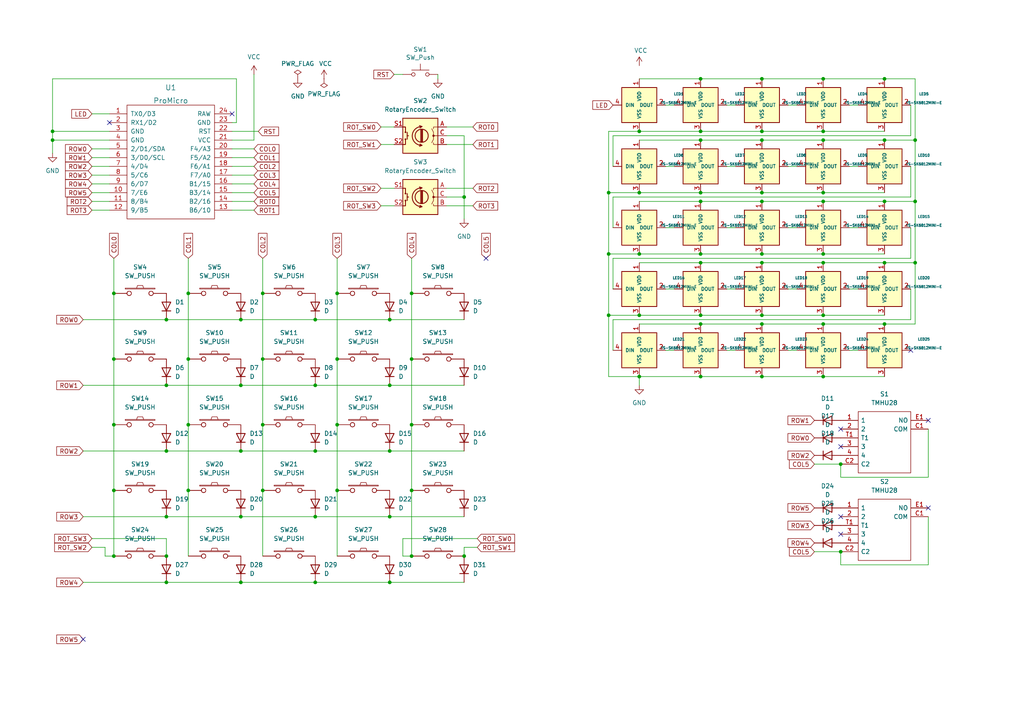
<source format=kicad_sch>
(kicad_sch (version 20211123) (generator eeschema)
  (paper "A4")
  (lib_symbols
    (symbol "Device:D" (pin_numbers hide) (pin_names (offset 1.016) hide)
      (property "Reference" "D" (at 0 2.54 0))
      (property "Value" "D" (at 0 -2.54 0))
      (symbol "D_0_1"
        (polyline (pts (xy -1.27 1.27) (xy -1.27 -1.27)) (stroke (width 0.254)))
        (polyline (pts (xy 1.27 0) (xy -1.27 0)))
        (polyline (pts (xy 1.27 1.27) (xy 1.27 -1.27) (xy -1.27 0) (xy 1.27 1.27)) (stroke (width 0.254)))
      )
      (symbol "D_1_1"
        (pin passive line (at -3.81 0 0) (length 2.54) (name "K") (number "1"))
        (pin passive line (at 3.81 0 180) (length 2.54) (name "A") (number "2"))
      )
    )
    (symbol "Device:RotaryEncoder_Switch" (pin_names (offset 0.254) hide)
      (property "Reference" "SW" (at 0 6.604 0))
      (property "Value" "RotaryEncoder_Switch" (at 0 -6.604 0))
      (symbol "RotaryEncoder_Switch_0_1"
        (rectangle (start -5.08 5.08) (end 5.08 -5.08) (stroke (width 0.254)) (fill (type background)))
        (circle (center -3.81 0) (radius 0.254) (fill (type outline)))
        (arc (start -0.381 -2.794) (mid 2.3622 -0.0635) (end -0.381 2.667) (stroke (width 0.254)))
        (circle (center -0.381 0) (radius 1.905) (stroke (width 0.254)))
        (polyline (pts (xy -0.635 -1.778) (xy -0.635 1.778)) (stroke (width 0.254)))
        (polyline (pts (xy -0.381 -1.778) (xy -0.381 1.778)) (stroke (width 0.254)))
        (polyline (pts (xy -0.127 1.778) (xy -0.127 -1.778)) (stroke (width 0.254)))
        (polyline (pts (xy 3.81 0) (xy 3.429 0)) (stroke (width 0.254)))
        (polyline (pts (xy 3.81 1.016) (xy 3.81 -1.016)) (stroke (width 0.254)))
        (polyline (pts (xy -5.08 -2.54) (xy -3.81 -2.54) (xy -3.81 -2.032)))
        (polyline (pts (xy -5.08 2.54) (xy -3.81 2.54) (xy -3.81 2.032)))
        (polyline (pts (xy 0.254 -3.048) (xy -0.508 -2.794) (xy 0.127 -2.413)) (stroke (width 0.254)))
        (polyline (pts (xy 0.254 2.921) (xy -0.508 2.667) (xy 0.127 2.286)) (stroke (width 0.254)))
        (polyline (pts (xy 5.08 -2.54) (xy 4.318 -2.54) (xy 4.318 -1.016)) (stroke (width 0.254)))
        (polyline (pts (xy 5.08 2.54) (xy 4.318 2.54) (xy 4.318 1.016)) (stroke (width 0.254)))
        (polyline (pts (xy -5.08 0) (xy -3.81 0) (xy -3.81 -1.016) (xy -3.302 -2.032)))
        (polyline (pts (xy -4.318 0) (xy -3.81 0) (xy -3.81 1.016) (xy -3.302 2.032)))
        (circle (center 4.318 -1.016) (radius 0.127) (stroke (width 0.254)))
        (circle (center 4.318 1.016) (radius 0.127) (stroke (width 0.254)))
      )
      (symbol "RotaryEncoder_Switch_1_1"
        (pin passive line (at -7.62 2.54 0) (length 2.54) (name "A") (number "A"))
        (pin passive line (at -7.62 -2.54 0) (length 2.54) (name "B") (number "B"))
        (pin passive line (at -7.62 0 0) (length 2.54) (name "C") (number "C"))
        (pin passive line (at 7.62 2.54 180) (length 2.54) (name "S1") (number "S1"))
        (pin passive line (at 7.62 -2.54 180) (length 2.54) (name "S2") (number "S2"))
      )
    )
    (symbol "Switch:SW_Push" (pin_numbers hide) (pin_names (offset 1.016) hide)
      (property "Reference" "SW" (at 1.27 2.54 0))
      (property "Value" "SW_Push" (at 0 -1.524 0))
      (symbol "SW_Push_0_1"
        (circle (center -2.032 0) (radius 0.508))
        (polyline (pts (xy 0 1.27) (xy 0 3.048)))
        (polyline (pts (xy 2.54 1.27) (xy -2.54 1.27)))
        (circle (center 2.032 0) (radius 0.508))
        (pin passive line (at -5.08 0 0) (length 2.54) (name "1") (number "1"))
        (pin passive line (at 5.08 0 180) (length 2.54) (name "2") (number "2"))
      )
    )
    (symbol "TMHU28:TMHU28" (pin_names (offset 0.762))
      (property "Reference" "S" (at 21.59 7.62 0))
      (property "Value" "TMHU28" (at 21.59 5.08 0))
      (symbol "TMHU28_0_0"
        (pin passive line (at 0 0 0) (length 5.08) (name "1") (number "1"))
        (pin passive line (at 0 -2.54 0) (length 5.08) (name "2") (number "2"))
        (pin passive line (at 0 -7.62 0) (length 5.08) (name "3") (number "3"))
        (pin passive line (at 0 -10.16 0) (length 5.08) (name "4") (number "4"))
        (pin passive line (at 25.4 -2.54 180) (length 5.08) (name "COM") (number "C1"))
        (pin passive line (at 0 -12.7 0) (length 5.08) (name "C2") (number "C2"))
        (pin passive line (at 25.4 0 180) (length 5.08) (name "NO") (number "E1"))
        (pin passive line (at 0 -5.08 0) (length 5.08) (name "T1") (number "T1"))
      )
      (symbol "TMHU28_0_1"
        (polyline (pts (xy 5.08 2.54) (xy 20.32 2.54) (xy 20.32 -15.24) (xy 5.08 -15.24) (xy 5.08 2.54)) (stroke (width 0.1524)))
      )
    )
    (symbol "kbd:ProMicro" (pin_names (offset 1.016))
      (property "Reference" "U" (at 0 19.05 0))
      (property "Value" "ProMicro" (at 0 -19.05 0))
      (symbol "ProMicro_0_1"
        (rectangle (start -12.7 16.51) (end 12.7 -16.51))
      )
      (symbol "ProMicro_1_1"
        (pin bidirectional line (at -17.78 13.97 0) (length 5.08) (name "TX0/D3") (number "1"))
        (pin bidirectional line (at -17.78 -8.89 0) (length 5.08) (name "7/E6") (number "10"))
        (pin bidirectional line (at -17.78 -11.43 0) (length 5.08) (name "8/B4") (number "11"))
        (pin bidirectional line (at -17.78 -13.97 0) (length 5.08) (name "9/B5") (number "12"))
        (pin bidirectional line (at 17.78 -13.97 180) (length 5.08) (name "B6/10") (number "13"))
        (pin bidirectional line (at 17.78 -11.43 180) (length 5.08) (name "B2/16") (number "14"))
        (pin bidirectional line (at 17.78 -8.89 180) (length 5.08) (name "B3/14") (number "15"))
        (pin bidirectional line (at 17.78 -6.35 180) (length 5.08) (name "B1/15") (number "16"))
        (pin bidirectional line (at 17.78 -3.81 180) (length 5.08) (name "F7/A0") (number "17"))
        (pin bidirectional line (at 17.78 -1.27 180) (length 5.08) (name "F6/A1") (number "18"))
        (pin bidirectional line (at 17.78 1.27 180) (length 5.08) (name "F5/A2") (number "19"))
        (pin bidirectional line (at -17.78 11.43 0) (length 5.08) (name "RX1/D2") (number "2"))
        (pin bidirectional line (at 17.78 3.81 180) (length 5.08) (name "F4/A3") (number "20"))
        (pin power_in line (at 17.78 6.35 180) (length 5.08) (name "VCC") (number "21"))
        (pin input line (at 17.78 8.89 180) (length 5.08) (name "RST") (number "22"))
        (pin power_in line (at 17.78 11.43 180) (length 5.08) (name "GND") (number "23"))
        (pin power_out line (at 17.78 13.97 180) (length 5.08) (name "RAW") (number "24"))
        (pin power_in line (at -17.78 8.89 0) (length 5.08) (name "GND") (number "3"))
        (pin power_in line (at -17.78 6.35 0) (length 5.08) (name "GND") (number "4"))
        (pin bidirectional line (at -17.78 3.81 0) (length 5.08) (name "2/D1/SDA") (number "5"))
        (pin bidirectional line (at -17.78 1.27 0) (length 5.08) (name "3/D0/SCL") (number "6"))
        (pin bidirectional line (at -17.78 -1.27 0) (length 5.08) (name "4/D4") (number "7"))
        (pin bidirectional line (at -17.78 -3.81 0) (length 5.08) (name "5/C6") (number "8"))
        (pin bidirectional line (at -17.78 -6.35 0) (length 5.08) (name "6/D7") (number "9"))
      )
    )
    (symbol "kbd:SW_PUSH" (pin_numbers hide) (pin_names (offset 1.016) hide)
      (property "Reference" "SW" (at 3.81 2.794 0))
      (property "Value" "SW_PUSH" (at 0 -2.032 0))
      (symbol "SW_PUSH_0_1"
        (rectangle (start -4.318 1.27) (end 4.318 1.524))
        (polyline (pts (xy -1.016 1.524) (xy -0.762 2.286) (xy 0.762 2.286) (xy 1.016 1.524)))
        (pin passive inverted (at -7.62 0 0) (length 5.08) (name "1") (number "1"))
        (pin passive inverted (at 7.62 0 180) (length 5.08) (name "2") (number "2"))
      )
    )
    (symbol "kbd:YS-SK6812MINI-E" (pin_names (offset 1.016))
      (property "Reference" "LED" (at 2.54 -7.62 0))
      (property "Value" "YS-SK6812MINI-E" (at 6.35 -6.35 0))
      (symbol "YS-SK6812MINI-E_0_1"
        (rectangle (start -5.08 5.08) (end 5.08 -5.08) (stroke (width 0.254)) (fill (type background)))
      )
      (symbol "YS-SK6812MINI-E_1_1"
        (pin power_in line (at 0 7.62 270) (length 2.54) (name "VDD") (number "1"))
        (pin output line (at 7.62 0 180) (length 2.54) (name "DOUT") (number "2"))
        (pin power_in line (at 0 -7.62 90) (length 2.54) (name "VSS") (number "3"))
        (pin input line (at -7.62 0 0) (length 2.54) (name "DIN") (number "4"))
      )
    )
    (symbol "power:GND" (power) (pin_names (offset 0))
      (property "Value" "GND" (at 0 -3.81 0))
      (symbol "GND_0_1"
        (polyline (pts (xy 0 0) (xy 0 -1.27) (xy 1.27 -1.27) (xy 0 -2.54) (xy -1.27 -1.27) (xy 0 -1.27)))
      )
      (symbol "GND_1_1"
        (pin power_in line (at 0 0 270) (length 0) hide (name "GND") (number "1"))
      )
    )
    (symbol "power:PWR_FLAG" (power) (pin_numbers hide) (pin_names (offset 0) hide)
      (property "Value" "PWR_FLAG" (at 0 3.81 0))
      (symbol "PWR_FLAG_0_0"
        (pin power_out line (at 0 0 90) (length 0) (name "pwr") (number "1"))
      )
      (symbol "PWR_FLAG_0_1"
        (polyline (pts (xy 0 0) (xy 0 1.27) (xy -1.016 1.905) (xy 0 2.54) (xy 1.016 1.905) (xy 0 1.27)))
      )
    )
    (symbol "power:VCC" (power) (pin_names (offset 0))
      (property "Value" "VCC" (at 0 3.81 0))
      (symbol "VCC_0_1"
        (polyline (pts (xy -0.762 1.27) (xy 0 2.54)))
        (polyline (pts (xy 0 0) (xy 0 2.54)))
        (polyline (pts (xy 0 2.54) (xy 0.762 1.27)))
      )
      (symbol "VCC_1_1"
        (pin power_in line (at 0 0 90) (length 0) hide (name "VCC") (number "1"))
      )
    )
  )
  (junction (at 243.84 134.62))
  (junction (at 203.2 40.64))
  (junction (at 176.53 91.44))
  (junction (at 185.42 109.22))
  (junction (at 176.53 73.66))
  (junction (at 265.43 76.2))
  (junction (at 203.2 73.66))
  (junction (at 76.2 85.09))
  (junction (at 119.38 85.09))
  (junction (at 203.2 58.42))
  (junction (at 33.02 142.24))
  (junction (at 69.85 92.71))
  (junction (at 238.76 76.2))
  (junction (at 220.98 73.66))
  (junction (at 238.76 73.66))
  (junction (at 91.44 168.91))
  (junction (at 265.43 58.42))
  (junction (at 48.26 92.71))
  (junction (at 256.54 93.98))
  (junction (at 97.79 85.09))
  (junction (at 97.79 142.24))
  (junction (at 76.2 123.19))
  (junction (at 256.54 76.2))
  (junction (at 238.76 40.64))
  (junction (at 91.44 111.76))
  (junction (at 220.98 109.22))
  (junction (at 203.2 93.98))
  (junction (at 185.42 73.66))
  (junction (at 256.54 22.86))
  (junction (at 220.98 93.98))
  (junction (at 119.38 161.29))
  (junction (at 238.76 109.22))
  (junction (at 203.2 76.2))
  (junction (at 48.26 149.86))
  (junction (at 119.38 142.24))
  (junction (at 203.2 109.22))
  (junction (at 113.03 168.91))
  (junction (at 119.38 123.19))
  (junction (at 91.44 149.86))
  (junction (at 256.54 58.42))
  (junction (at 97.79 123.19))
  (junction (at 76.2 104.14))
  (junction (at 33.02 104.14))
  (junction (at 54.61 123.19))
  (junction (at 220.98 91.44))
  (junction (at 238.76 55.88))
  (junction (at 220.98 38.1))
  (junction (at 91.44 130.81))
  (junction (at 33.02 123.19))
  (junction (at 48.26 161.29))
  (junction (at 69.85 130.81))
  (junction (at 69.85 111.76))
  (junction (at 97.79 104.14))
  (junction (at 220.98 55.88))
  (junction (at 15.24 40.64))
  (junction (at 185.42 91.44))
  (junction (at 220.98 58.42))
  (junction (at 256.54 40.64))
  (junction (at 185.42 38.1))
  (junction (at 238.76 91.44))
  (junction (at 134.62 57.15))
  (junction (at 134.62 161.29))
  (junction (at 220.98 76.2))
  (junction (at 238.76 38.1))
  (junction (at 220.98 40.64))
  (junction (at 33.02 85.09))
  (junction (at 238.76 22.86))
  (junction (at 48.26 130.81))
  (junction (at 185.42 55.88))
  (junction (at 91.44 92.71))
  (junction (at 48.26 111.76))
  (junction (at 238.76 93.98))
  (junction (at 265.43 40.64))
  (junction (at 48.26 168.91))
  (junction (at 113.03 111.76))
  (junction (at 203.2 55.88))
  (junction (at 203.2 22.86))
  (junction (at 238.76 58.42))
  (junction (at 113.03 130.81))
  (junction (at 76.2 142.24))
  (junction (at 176.53 55.88))
  (junction (at 243.84 160.02))
  (junction (at 113.03 92.71))
  (junction (at 69.85 149.86))
  (junction (at 203.2 91.44))
  (junction (at 33.02 161.29))
  (junction (at 119.38 104.14))
  (junction (at 203.2 38.1))
  (junction (at 113.03 149.86))
  (junction (at 220.98 22.86))
  (junction (at 15.24 38.1))
  (junction (at 69.85 168.91))
  (junction (at 54.61 142.24))
  (junction (at 54.61 104.14))
  (junction (at 54.61 85.09))
  (no_connect (at 140.97 74.93))
  (no_connect (at 24.13 185.42))
  (no_connect (at 67.31 33.02))
  (no_connect (at 243.84 154.94))
  (no_connect (at 269.24 147.32))
  (no_connect (at 264.16 101.6))
  (no_connect (at 269.24 121.92))
  (no_connect (at 31.75 35.56))
  (no_connect (at 243.84 124.46))
  (no_connect (at 243.84 129.54))
  (no_connect (at 243.84 149.86))
  (wire (pts (xy 119.38 123.19) (xy 119.38 104.14)))
  (wire (pts (xy 15.24 44.45) (xy 15.24 40.64)))
  (wire (pts (xy 33.02 161.29) (xy 33.02 142.24)))
  (wire (pts (xy 110.49 41.91) (xy 114.3 41.91)))
  (wire (pts (xy 195.58 101.6) (xy 193.04 101.6)))
  (wire (pts (xy 265.43 76.2) (xy 265.43 93.98)))
  (wire (pts (xy 97.79 142.24) (xy 97.79 123.19)))
  (wire (pts (xy 76.2 142.24) (xy 76.2 161.29)))
  (wire (pts (xy 265.43 93.98) (xy 256.54 93.98)))
  (wire (pts (xy 177.8 74.93) (xy 177.8 83.82)))
  (wire (pts (xy 127 21.59) (xy 127 22.86)))
  (wire (pts (xy 134.62 111.76) (xy 113.03 111.76)))
  (wire (pts (xy 15.24 22.86) (xy 68.58 22.86)))
  (wire (pts (xy 31.75 40.64) (xy 15.24 40.64)))
  (wire (pts (xy 26.67 43.18) (xy 31.75 43.18)))
  (wire (pts (xy 113.03 130.81) (xy 91.44 130.81)))
  (wire (pts (xy 177.8 39.37) (xy 177.8 48.26)))
  (wire (pts (xy 134.62 57.15) (xy 129.54 57.15)))
  (wire (pts (xy 203.2 22.86) (xy 220.98 22.86)))
  (wire (pts (xy 264.16 39.37) (xy 177.8 39.37)))
  (wire (pts (xy 220.98 91.44) (xy 238.76 91.44)))
  (wire (pts (xy 97.79 85.09) (xy 97.79 74.93)))
  (wire (pts (xy 116.84 156.21) (xy 116.84 161.29)))
  (wire (pts (xy 246.38 101.6) (xy 248.92 101.6)))
  (wire (pts (xy 134.62 130.81) (xy 113.03 130.81)))
  (wire (pts (xy 138.43 158.75) (xy 134.62 158.75)))
  (wire (pts (xy 91.44 149.86) (xy 113.03 149.86)))
  (wire (pts (xy 220.98 109.22) (xy 203.2 109.22)))
  (wire (pts (xy 67.31 60.96) (xy 73.66 60.96)))
  (wire (pts (xy 246.38 66.04) (xy 248.92 66.04)))
  (wire (pts (xy 134.62 39.37) (xy 129.54 39.37)))
  (wire (pts (xy 265.43 22.86) (xy 265.43 40.64)))
  (wire (pts (xy 185.42 55.88) (xy 176.53 55.88)))
  (wire (pts (xy 220.98 58.42) (xy 203.2 58.42)))
  (wire (pts (xy 91.44 111.76) (xy 69.85 111.76)))
  (wire (pts (xy 110.49 54.61) (xy 114.3 54.61)))
  (wire (pts (xy 97.79 123.19) (xy 97.79 104.14)))
  (wire (pts (xy 193.04 66.04) (xy 195.58 66.04)))
  (wire (pts (xy 265.43 40.64) (xy 256.54 40.64)))
  (wire (pts (xy 231.14 83.82) (xy 228.6 83.82)))
  (wire (pts (xy 256.54 93.98) (xy 238.76 93.98)))
  (wire (pts (xy 220.98 38.1) (xy 203.2 38.1)))
  (wire (pts (xy 228.6 48.26) (xy 231.14 48.26)))
  (wire (pts (xy 176.53 91.44) (xy 176.53 73.66)))
  (wire (pts (xy 113.03 149.86) (xy 134.62 149.86)))
  (wire (pts (xy 114.3 21.59) (xy 116.84 21.59)))
  (wire (pts (xy 176.53 55.88) (xy 176.53 73.66)))
  (wire (pts (xy 91.44 168.91) (xy 69.85 168.91)))
  (wire (pts (xy 256.54 38.1) (xy 238.76 38.1)))
  (wire (pts (xy 30.48 158.75) (xy 26.67 158.75)))
  (wire (pts (xy 220.98 76.2) (xy 203.2 76.2)))
  (wire (pts (xy 256.54 76.2) (xy 238.76 76.2)))
  (wire (pts (xy 137.16 59.69) (xy 129.54 59.69)))
  (wire (pts (xy 15.24 40.64) (xy 15.24 38.1)))
  (wire (pts (xy 256.54 109.22) (xy 238.76 109.22)))
  (wire (pts (xy 30.48 158.75) (xy 30.48 161.29)))
  (wire (pts (xy 116.84 161.29) (xy 119.38 161.29)))
  (wire (pts (xy 67.31 53.34) (xy 73.66 53.34)))
  (wire (pts (xy 264.16 48.26) (xy 264.16 57.15)))
  (wire (pts (xy 113.03 92.71) (xy 91.44 92.71)))
  (wire (pts (xy 30.48 161.29) (xy 33.02 161.29)))
  (wire (pts (xy 15.24 38.1) (xy 31.75 38.1)))
  (wire (pts (xy 31.75 60.96) (xy 26.67 60.96)))
  (wire (pts (xy 137.16 54.61) (xy 129.54 54.61)))
  (wire (pts (xy 238.76 38.1) (xy 220.98 38.1)))
  (wire (pts (xy 76.2 104.14) (xy 76.2 123.19)))
  (wire (pts (xy 48.26 156.21) (xy 26.67 156.21)))
  (wire (pts (xy 110.49 59.69) (xy 114.3 59.69)))
  (wire (pts (xy 238.76 22.86) (xy 256.54 22.86)))
  (wire (pts (xy 69.85 111.76) (xy 48.26 111.76)))
  (wire (pts (xy 69.85 92.71) (xy 48.26 92.71)))
  (wire (pts (xy 129.54 41.91) (xy 137.16 41.91)))
  (wire (pts (xy 236.22 134.62) (xy 243.84 134.62)))
  (wire (pts (xy 176.53 109.22) (xy 176.53 91.44)))
  (wire (pts (xy 265.43 40.64) (xy 265.43 58.42)))
  (wire (pts (xy 185.42 73.66) (xy 203.2 73.66)))
  (wire (pts (xy 31.75 45.72) (xy 26.67 45.72)))
  (wire (pts (xy 269.24 138.43) (xy 243.84 138.43)))
  (wire (pts (xy 203.2 76.2) (xy 185.42 76.2)))
  (wire (pts (xy 48.26 168.91) (xy 24.13 168.91)))
  (wire (pts (xy 269.24 124.46) (xy 269.24 138.43)))
  (wire (pts (xy 67.31 55.88) (xy 73.66 55.88)))
  (wire (pts (xy 26.67 53.34) (xy 31.75 53.34)))
  (wire (pts (xy 228.6 30.48) (xy 231.14 30.48)))
  (wire (pts (xy 238.76 55.88) (xy 220.98 55.88)))
  (wire (pts (xy 31.75 55.88) (xy 26.67 55.88)))
  (wire (pts (xy 67.31 43.18) (xy 73.66 43.18)))
  (wire (pts (xy 264.16 83.82) (xy 264.16 92.71)))
  (wire (pts (xy 33.02 123.19) (xy 33.02 142.24)))
  (wire (pts (xy 176.53 73.66) (xy 185.42 73.66)))
  (wire (pts (xy 134.62 168.91) (xy 113.03 168.91)))
  (wire (pts (xy 264.16 74.93) (xy 177.8 74.93)))
  (wire (pts (xy 203.2 55.88) (xy 185.42 55.88)))
  (wire (pts (xy 48.26 149.86) (xy 24.13 149.86)))
  (wire (pts (xy 220.98 55.88) (xy 203.2 55.88)))
  (wire (pts (xy 185.42 38.1) (xy 176.53 38.1)))
  (wire (pts (xy 193.04 30.48) (xy 195.58 30.48)))
  (wire (pts (xy 119.38 104.14) (xy 119.38 85.09)))
  (wire (pts (xy 33.02 85.09) (xy 33.02 104.14)))
  (wire (pts (xy 73.66 58.42) (xy 67.31 58.42)))
  (wire (pts (xy 176.53 91.44) (xy 185.42 91.44)))
  (wire (pts (xy 54.61 104.14) (xy 54.61 123.19)))
  (wire (pts (xy 265.43 22.86) (xy 256.54 22.86)))
  (wire (pts (xy 54.61 85.09) (xy 54.61 104.14)))
  (wire (pts (xy 193.04 83.82) (xy 195.58 83.82)))
  (wire (pts (xy 134.62 57.15) (xy 134.62 63.5)))
  (wire (pts (xy 137.16 36.83) (xy 129.54 36.83)))
  (wire (pts (xy 119.38 142.24) (xy 119.38 161.29)))
  (wire (pts (xy 238.76 58.42) (xy 220.98 58.42)))
  (wire (pts (xy 69.85 130.81) (xy 48.26 130.81)))
  (wire (pts (xy 220.98 22.86) (xy 238.76 22.86)))
  (wire (pts (xy 91.44 92.71) (xy 69.85 92.71)))
  (wire (pts (xy 243.84 163.83) (xy 243.84 160.02)))
  (wire (pts (xy 73.66 50.8) (xy 67.31 50.8)))
  (wire (pts (xy 134.62 39.37) (xy 134.62 57.15)))
  (wire (pts (xy 33.02 74.93) (xy 33.02 85.09)))
  (wire (pts (xy 185.42 91.44) (xy 203.2 91.44)))
  (wire (pts (xy 243.84 138.43) (xy 243.84 134.62)))
  (wire (pts (xy 138.43 156.21) (xy 116.84 156.21)))
  (wire (pts (xy 246.38 30.48) (xy 248.92 30.48)))
  (wire (pts (xy 238.76 91.44) (xy 256.54 91.44)))
  (wire (pts (xy 246.38 83.82) (xy 248.92 83.82)))
  (wire (pts (xy 203.2 38.1) (xy 185.42 38.1)))
  (wire (pts (xy 238.76 93.98) (xy 220.98 93.98)))
  (wire (pts (xy 264.16 92.71) (xy 177.8 92.71)))
  (wire (pts (xy 203.2 40.64) (xy 185.42 40.64)))
  (wire (pts (xy 97.79 161.29) (xy 97.79 142.24)))
  (wire (pts (xy 236.22 160.02) (xy 243.84 160.02)))
  (wire (pts (xy 110.49 36.83) (xy 114.3 36.83)))
  (wire (pts (xy 73.66 45.72) (xy 67.31 45.72)))
  (wire (pts (xy 67.31 40.64) (xy 73.66 40.64)))
  (wire (pts (xy 228.6 66.04) (xy 231.14 66.04)))
  (wire (pts (xy 210.82 101.6) (xy 213.36 101.6)))
  (wire (pts (xy 69.85 168.91) (xy 48.26 168.91)))
  (wire (pts (xy 134.62 158.75) (xy 134.62 161.29)))
  (wire (pts (xy 134.62 92.71) (xy 113.03 92.71)))
  (wire (pts (xy 54.61 74.93) (xy 54.61 85.09)))
  (wire (pts (xy 31.75 33.02) (xy 26.67 33.02)))
  (wire (pts (xy 67.31 48.26) (xy 73.66 48.26)))
  (wire (pts (xy 210.82 83.82) (xy 213.36 83.82)))
  (wire (pts (xy 48.26 111.76) (xy 24.13 111.76)))
  (wire (pts (xy 68.58 35.56) (xy 67.31 35.56)))
  (wire (pts (xy 210.82 30.48) (xy 213.36 30.48)))
  (wire (pts (xy 210.82 48.26) (xy 213.36 48.26)))
  (wire (pts (xy 220.98 93.98) (xy 203.2 93.98)))
  (wire (pts (xy 54.61 123.19) (xy 54.61 142.24)))
  (wire (pts (xy 119.38 123.19) (xy 119.38 142.24)))
  (wire (pts (xy 33.02 104.14) (xy 33.02 123.19)))
  (wire (pts (xy 185.42 22.86) (xy 203.2 22.86)))
  (wire (pts (xy 264.16 66.04) (xy 264.16 74.93)))
  (wire (pts (xy 119.38 85.09) (xy 119.38 74.93)))
  (wire (pts (xy 264.16 30.48) (xy 264.16 39.37)))
  (wire (pts (xy 76.2 85.09) (xy 76.2 104.14)))
  (wire (pts (xy 48.26 149.86) (xy 69.85 149.86)))
  (wire (pts (xy 256.54 55.88) (xy 238.76 55.88)))
  (wire (pts (xy 193.04 48.26) (xy 195.58 48.26)))
  (wire (pts (xy 31.75 50.8) (xy 26.67 50.8)))
  (wire (pts (xy 69.85 149.86) (xy 91.44 149.86)))
  (wire (pts (xy 203.2 73.66) (xy 220.98 73.66)))
  (wire (pts (xy 248.92 48.26) (xy 246.38 48.26)))
  (wire (pts (xy 203.2 93.98) (xy 185.42 93.98)))
  (wire (pts (xy 203.2 109.22) (xy 185.42 109.22)))
  (wire (pts (xy 97.79 104.14) (xy 97.79 85.09)))
  (wire (pts (xy 269.24 149.86) (xy 269.24 163.83)))
  (wire (pts (xy 48.26 92.71) (xy 24.13 92.71)))
  (wire (pts (xy 15.24 38.1) (xy 15.24 22.86)))
  (wire (pts (xy 54.61 142.24) (xy 54.61 161.29)))
  (wire (pts (xy 185.42 111.76) (xy 185.42 109.22)))
  (wire (pts (xy 220.98 73.66) (xy 238.76 73.66)))
  (wire (pts (xy 256.54 40.64) (xy 238.76 40.64)))
  (wire (pts (xy 48.26 130.81) (xy 24.13 130.81)))
  (wire (pts (xy 203.2 91.44) (xy 220.98 91.44)))
  (wire (pts (xy 68.58 22.86) (xy 68.58 35.56)))
  (wire (pts (xy 238.76 40.64) (xy 220.98 40.64)))
  (wire (pts (xy 264.16 57.15) (xy 177.8 57.15)))
  (wire (pts (xy 210.82 66.04) (xy 213.36 66.04)))
  (wire (pts (xy 238.76 109.22) (xy 220.98 109.22)))
  (wire (pts (xy 238.76 76.2) (xy 220.98 76.2)))
  (wire (pts (xy 265.43 58.42) (xy 256.54 58.42)))
  (wire (pts (xy 238.76 73.66) (xy 256.54 73.66)))
  (wire (pts (xy 185.42 109.22) (xy 176.53 109.22)))
  (wire (pts (xy 220.98 40.64) (xy 203.2 40.64)))
  (wire (pts (xy 265.43 58.42) (xy 265.43 76.2)))
  (wire (pts (xy 76.2 74.93) (xy 76.2 85.09)))
  (wire (pts (xy 26.67 48.26) (xy 31.75 48.26)))
  (wire (pts (xy 91.44 130.81) (xy 69.85 130.81)))
  (wire (pts (xy 269.24 163.83) (xy 243.84 163.83)))
  (wire (pts (xy 228.6 101.6) (xy 231.14 101.6)))
  (wire (pts (xy 177.8 92.71) (xy 177.8 101.6)))
  (wire (pts (xy 113.03 111.76) (xy 91.44 111.76)))
  (wire (pts (xy 265.43 76.2) (xy 256.54 76.2)))
  (wire (pts (xy 113.03 168.91) (xy 91.44 168.91)))
  (wire (pts (xy 73.66 21.59) (xy 73.66 40.64)))
  (wire (pts (xy 176.53 38.1) (xy 176.53 55.88)))
  (wire (pts (xy 26.67 58.42) (xy 31.75 58.42)))
  (wire (pts (xy 203.2 58.42) (xy 185.42 58.42)))
  (wire (pts (xy 177.8 57.15) (xy 177.8 66.04)))
  (wire (pts (xy 67.31 38.1) (xy 74.93 38.1)))
  (wire (pts (xy 76.2 123.19) (xy 76.2 142.24)))
  (wire (pts (xy 48.26 156.21) (xy 48.26 161.29)))
  (wire (pts (xy 256.54 58.42) (xy 238.76 58.42)))
  (global_label "ROW3" (shape input) (at 26.67 50.8 180) (property "Intersheet References" "${INTERSHEET_REFS}" (effects hide)))
  (global_label "RST" (shape input) (at 74.93 38.1 0) (property "Intersheet References" "${INTERSHEET_REFS}" (effects hide)))
  (global_label "COL1" (shape input) (at 73.66 45.72 0) (property "Intersheet References" "${INTERSHEET_REFS}" (effects hide)))
  (global_label "ROT0" (shape input) (at 73.66 58.42 0) (property "Intersheet References" "${INTERSHEET_REFS}" (effects hide)))
  (global_label "COL0" (shape input) (at 33.02 74.93 90) (property "Intersheet References" "${INTERSHEET_REFS}" (effects hide)))
  (global_label "COL4" (shape input) (at 73.66 53.34 0) (property "Intersheet References" "${INTERSHEET_REFS}" (effects hide)))
  (global_label "ROT2" (shape input) (at 137.16 54.61 0) (property "Intersheet References" "${INTERSHEET_REFS}" (effects hide)))
  (global_label "COL0" (shape input) (at 73.66 43.18 0) (property "Intersheet References" "${INTERSHEET_REFS}" (effects hide)))
  (global_label "ROW0" (shape input) (at 24.13 92.71 180) (property "Intersheet References" "${INTERSHEET_REFS}" (effects hide)))
  (global_label "ROT_SW2" (shape input) (at 26.67 158.75 180) (property "Intersheet References" "${INTERSHEET_REFS}" (effects hide)))
  (global_label "ROW1" (shape input) (at 236.22 121.92 180) (property "Intersheet References" "${INTERSHEET_REFS}" (effects hide)))
  (global_label "ROW2" (shape input) (at 236.22 132.08 180) (property "Intersheet References" "${INTERSHEET_REFS}" (effects hide)))
  (global_label "LED" (shape input) (at 177.8 30.48 180) (property "Intersheet References" "${INTERSHEET_REFS}" (effects hide)))
  (global_label "ROW3" (shape input) (at 236.22 152.4 180) (property "Intersheet References" "${INTERSHEET_REFS}" (effects hide)))
  (global_label "COL5" (shape input) (at 73.66 55.88 0) (property "Intersheet References" "${INTERSHEET_REFS}" (effects hide)))
  (global_label "ROT1" (shape input) (at 73.66 60.96 0) (property "Intersheet References" "${INTERSHEET_REFS}" (effects hide)))
  (global_label "COL1" (shape input) (at 54.61 74.93 90) (property "Intersheet References" "${INTERSHEET_REFS}" (effects hide)))
  (global_label "COL3" (shape input) (at 73.66 50.8 0) (property "Intersheet References" "${INTERSHEET_REFS}" (effects hide)))
  (global_label "ROW2" (shape input) (at 24.13 130.81 180) (property "Intersheet References" "${INTERSHEET_REFS}" (effects hide)))
  (global_label "ROT1" (shape input) (at 137.16 41.91 0) (property "Intersheet References" "${INTERSHEET_REFS}" (effects hide)))
  (global_label "ROW4" (shape input) (at 24.13 168.91 180) (property "Intersheet References" "${INTERSHEET_REFS}" (effects hide)))
  (global_label "ROW4" (shape input) (at 26.67 53.34 180) (property "Intersheet References" "${INTERSHEET_REFS}" (effects hide)))
  (global_label "COL2" (shape input) (at 73.66 48.26 0) (property "Intersheet References" "${INTERSHEET_REFS}" (effects hide)))
  (global_label "ROW0" (shape input) (at 236.22 127 180) (property "Intersheet References" "${INTERSHEET_REFS}" (effects hide)))
  (global_label "ROW5" (shape input) (at 26.67 55.88 180) (property "Intersheet References" "${INTERSHEET_REFS}" (effects hide)))
  (global_label "ROT_SW0" (shape input) (at 110.49 36.83 180) (property "Intersheet References" "${INTERSHEET_REFS}" (effects hide)))
  (global_label "ROW0" (shape input) (at 26.67 43.18 180) (property "Intersheet References" "${INTERSHEET_REFS}" (effects hide)))
  (global_label "ROW3" (shape input) (at 24.13 149.86 180) (property "Intersheet References" "${INTERSHEET_REFS}" (effects hide)))
  (global_label "ROW2" (shape input) (at 26.67 48.26 180) (property "Intersheet References" "${INTERSHEET_REFS}" (effects hide)))
  (global_label "ROT3" (shape input) (at 137.16 59.69 0) (property "Intersheet References" "${INTERSHEET_REFS}" (effects hide)))
  (global_label "ROT_SW1" (shape input) (at 138.43 158.75 0) (property "Intersheet References" "${INTERSHEET_REFS}" (effects hide)))
  (global_label "ROW5" (shape input) (at 236.22 147.32 180) (property "Intersheet References" "${INTERSHEET_REFS}" (effects hide)))
  (global_label "ROW1" (shape input) (at 24.13 111.76 180) (property "Intersheet References" "${INTERSHEET_REFS}" (effects hide)))
  (global_label "ROT_SW3" (shape input) (at 110.49 59.69 180) (property "Intersheet References" "${INTERSHEET_REFS}" (effects hide)))
  (global_label "COL2" (shape input) (at 76.2 74.93 90) (property "Intersheet References" "${INTERSHEET_REFS}" (effects hide)))
  (global_label "ROT0" (shape input) (at 137.16 36.83 0) (property "Intersheet References" "${INTERSHEET_REFS}" (effects hide)))
  (global_label "ROT2" (shape input) (at 26.67 58.42 180) (property "Intersheet References" "${INTERSHEET_REFS}" (effects hide)))
  (global_label "COL5" (shape input) (at 236.22 160.02 180) (property "Intersheet References" "${INTERSHEET_REFS}" (effects hide)))
  (global_label "ROW4" (shape input) (at 236.22 157.48 180) (property "Intersheet References" "${INTERSHEET_REFS}" (effects hide)))
  (global_label "ROW5" (shape input) (at 24.13 185.42 180) (property "Intersheet References" "${INTERSHEET_REFS}" (effects hide)))
  (global_label "COL5" (shape input) (at 236.22 134.62 180) (property "Intersheet References" "${INTERSHEET_REFS}" (effects hide)))
  (global_label "ROT_SW0" (shape input) (at 138.43 156.21 0) (property "Intersheet References" "${INTERSHEET_REFS}" (effects hide)))
  (global_label "ROT3" (shape input) (at 26.67 60.96 180) (property "Intersheet References" "${INTERSHEET_REFS}" (effects hide)))
  (global_label "ROT_SW1" (shape input) (at 110.49 41.91 180) (property "Intersheet References" "${INTERSHEET_REFS}" (effects hide)))
  (global_label "COL5" (shape input) (at 140.97 74.93 90) (property "Intersheet References" "${INTERSHEET_REFS}" (effects hide)))
  (global_label "ROT_SW2" (shape input) (at 110.49 54.61 180) (property "Intersheet References" "${INTERSHEET_REFS}" (effects hide)))
  (global_label "ROT_SW3" (shape input) (at 26.67 156.21 180) (property "Intersheet References" "${INTERSHEET_REFS}" (effects hide)))
  (global_label "ROW1" (shape input) (at 26.67 45.72 180) (property "Intersheet References" "${INTERSHEET_REFS}" (effects hide)))
  (global_label "LED" (shape input) (at 26.67 33.02 180) (property "Intersheet References" "${INTERSHEET_REFS}" (effects hide)))
  (global_label "COL3" (shape input) (at 97.79 74.93 90) (property "Intersheet References" "${INTERSHEET_REFS}" (effects hide)))
  (global_label "RST" (shape input) (at 114.3 21.59 180) (property "Intersheet References" "${INTERSHEET_REFS}" (effects hide)))
  (global_label "COL4" (shape input) (at 119.38 74.93 90) (property "Intersheet References" "${INTERSHEET_REFS}" (effects hide)))
  (symbol (lib_id "Device:D") (at 134.62 165.1 90) (unit 1)
    (property "Reference" "D31" (at 137.16 163.8299 90) (effects (justify right)))
    (property "Value" "D" (at 137.16 166.3699 90) (effects (justify right)))
    (property "Footprint" "kbd:D3_TH_SMD_v2" (effects hide))
  )
  (symbol (lib_id "kbd:YS-SK6812MINI-E") (at 220.98 66.04 0) (unit 1)
    (property "Reference" "LED13" (at 232.41 62.8256 0) (effects (font (size 0.7366 0.7366))))
    (property "Value" "YS-SK6812MINI-E" (at 232.41 65.3656 0) (effects (font (size 0.7366 0.7366))))
    (property "Footprint" "kbd:YS-SK6812MINI-E" (effects hide))
  )
  (symbol (lib_id "Device:D") (at 240.03 157.48 0) (unit 1)
    (property "Reference" "D26" (at 240.03 151.13 0))
    (property "Value" "D" (at 240.03 153.67 0))
    (property "Footprint" "kbd:D3_TH_SMD_v2" (effects hide))
  )
  (symbol (lib_id "kbd:SW_PUSH") (at 83.82 104.14 0) (unit 1)
    (property "Reference" "SW11" (at 83.82 96.52 0))
    (property "Value" "SW_PUSH" (at 83.82 99.06 0))
    (property "Footprint" "kbd:CherryMX_1u" (effects hide))
  )
  (symbol (lib_id "kbd:SW_PUSH") (at 40.64 85.09 0) (unit 1)
    (property "Reference" "SW4" (at 40.64 77.47 0))
    (property "Value" "SW_PUSH" (at 40.64 80.01 0))
    (property "Footprint" "kbd:CherryMX_1u" (effects hide))
  )
  (symbol (lib_id "power:GND") (at 86.36 22.86 0) (unit 1)
    (property "Reference" "#PWR01" (effects hide))
    (property "Value" "GND" (at 86.36 27.94 0))
  )
  (symbol (lib_id "kbd:YS-SK6812MINI-E") (at 203.2 83.82 0) (unit 1)
    (property "Reference" "LED17" (at 214.63 80.6056 0) (effects (font (size 0.7366 0.7366))))
    (property "Value" "YS-SK6812MINI-E" (at 214.63 83.1456 0) (effects (font (size 0.7366 0.7366))))
    (property "Footprint" "kbd:YS-SK6812MINI-E" (effects hide))
  )
  (symbol (lib_id "power:PWR_FLAG") (at 86.36 22.86 0) (unit 1)
    (property "Reference" "#FLG0101" (effects hide))
    (property "Value" "PWR_FLAG" (at 86.36 18.4658 0))
  )
  (symbol (lib_id "kbd:SW_PUSH") (at 127 85.09 0) (unit 1)
    (property "Reference" "SW8" (at 127 77.47 0))
    (property "Value" "SW_PUSH" (at 127 80.01 0))
    (property "Footprint" "kbd:CherryMX_1u" (effects hide))
  )
  (symbol (lib_id "Device:D") (at 69.85 88.9 90) (unit 1)
    (property "Reference" "D2" (at 72.39 87.6299 90) (effects (justify right)))
    (property "Value" "D" (at 72.39 90.1699 90) (effects (justify right)))
    (property "Footprint" "kbd:D3_TH_SMD_v2" (effects hide))
  )
  (symbol (lib_id "kbd:YS-SK6812MINI-E") (at 203.2 101.6 0) (unit 1)
    (property "Reference" "LED22" (at 214.63 98.3856 0) (effects (font (size 0.7366 0.7366))))
    (property "Value" "YS-SK6812MINI-E" (at 214.63 100.9256 0) (effects (font (size 0.7366 0.7366))))
    (property "Footprint" "kbd:YS-SK6812MINI-E" (effects hide))
  )
  (symbol (lib_id "Device:D") (at 91.44 127 90) (unit 1)
    (property "Reference" "D14" (at 93.98 125.7299 90) (effects (justify right)))
    (property "Value" "D" (at 93.98 128.2699 90) (effects (justify right)))
    (property "Footprint" "kbd:D3_TH_SMD_v2" (effects hide))
  )
  (symbol (lib_id "kbd:YS-SK6812MINI-E") (at 185.42 101.6 0) (unit 1)
    (property "Reference" "LED21" (at 196.85 98.3856 0) (effects (font (size 0.7366 0.7366))))
    (property "Value" "YS-SK6812MINI-E" (at 196.85 100.9256 0) (effects (font (size 0.7366 0.7366))))
    (property "Footprint" "kbd:YS-SK6812MINI-E" (effects hide))
  )
  (symbol (lib_id "Device:RotaryEncoder_Switch") (at 121.92 57.15 0) (mirror y) (unit 1)
    (property "Reference" "SW3" (at 121.92 46.99 0))
    (property "Value" "RotaryEncoder_Switch" (at 121.92 49.53 0))
    (property "Footprint" "Encoder:RotaryEncoder_Alps_EC11E-Switch_Vertical" (effects hide))
  )
  (symbol (lib_id "Device:D") (at 134.62 127 90) (unit 1)
    (property "Reference" "D16" (at 137.16 125.7299 90) (effects (justify right)))
    (property "Value" "D" (at 137.16 128.2699 90) (effects (justify right)))
    (property "Footprint" "kbd:D3_TH_SMD_v2" (effects hide))
  )
  (symbol (lib_id "kbd:SW_PUSH") (at 62.23 85.09 0) (unit 1)
    (property "Reference" "SW5" (at 62.23 77.47 0))
    (property "Value" "SW_PUSH" (at 62.23 80.01 0))
    (property "Footprint" "kbd:CherryMX_1u" (effects hide))
  )
  (symbol (lib_id "kbd:YS-SK6812MINI-E") (at 220.98 48.26 0) (unit 1)
    (property "Reference" "LED8" (at 232.41 45.0456 0) (effects (font (size 0.7366 0.7366))))
    (property "Value" "YS-SK6812MINI-E" (at 232.41 47.5856 0) (effects (font (size 0.7366 0.7366))))
    (property "Footprint" "kbd:YS-SK6812MINI-E" (effects hide))
  )
  (symbol (lib_id "power:GND") (at 134.62 63.5 0) (unit 1)
    (property "Reference" "#PWR05" (effects hide))
    (property "Value" "GND" (at 134.62 68.58 0))
  )
  (symbol (lib_id "kbd:SW_PUSH") (at 127 161.29 0) (unit 1)
    (property "Reference" "SW28" (at 127 153.67 0))
    (property "Value" "SW_PUSH" (at 127 156.21 0))
    (property "Footprint" "kbd:CherryMX_1u" (effects hide))
  )
  (symbol (lib_id "Device:D") (at 240.03 127 0) (unit 1)
    (property "Reference" "D17" (at 240.03 120.65 0))
    (property "Value" "D" (at 240.03 123.19 0))
    (property "Footprint" "kbd:D3_TH_SMD_v2" (effects hide))
  )
  (symbol (lib_id "Device:D") (at 48.26 127 90) (unit 1)
    (property "Reference" "D12" (at 50.8 125.7299 90) (effects (justify right)))
    (property "Value" "D" (at 50.8 128.2699 90) (effects (justify right)))
    (property "Footprint" "kbd:D3_TH_SMD_v2" (effects hide))
  )
  (symbol (lib_id "kbd:ProMicro") (at 49.53 46.99 0) (unit 1)
    (property "Reference" "U1" (at 49.53 25.4 0) (effects (font (size 1.524 1.524))))
    (property "Value" "ProMicro" (at 49.53 29.21 0) (effects (font (size 1.524 1.524))))
    (property "Footprint" "Keebio-Parts:ArduinoProMicro-ZigZag" (effects hide))
  )
  (symbol (lib_id "kbd:SW_PUSH") (at 105.41 123.19 0) (unit 1)
    (property "Reference" "SW17" (at 105.41 115.57 0))
    (property "Value" "SW_PUSH" (at 105.41 118.11 0))
    (property "Footprint" "kbd:CherryMX_1u" (effects hide))
  )
  (symbol (lib_id "kbd:YS-SK6812MINI-E") (at 256.54 66.04 0) (unit 1)
    (property "Reference" "LED15" (at 267.97 62.8256 0) (effects (font (size 0.7366 0.7366))))
    (property "Value" "YS-SK6812MINI-E" (at 267.97 65.3656 0) (effects (font (size 0.7366 0.7366))))
    (property "Footprint" "kbd:YS-SK6812MINI-E" (effects hide))
  )
  (symbol (lib_id "Switch:SW_Push") (at 121.92 21.59 0) (unit 1)
    (property "Reference" "SW1" (at 121.92 14.351 0))
    (property "Value" "SW_Push" (at 121.92 16.6624 0))
    (property "Footprint" "kbd:ResetSW" (effects hide))
  )
  (symbol (lib_id "kbd:SW_PUSH") (at 62.23 142.24 0) (unit 1)
    (property "Reference" "SW20" (at 62.23 134.62 0))
    (property "Value" "SW_PUSH" (at 62.23 137.16 0))
    (property "Footprint" "kbd:CherryMX_1u" (effects hide))
  )
  (symbol (lib_id "kbd:YS-SK6812MINI-E") (at 238.76 48.26 0) (unit 1)
    (property "Reference" "LED9" (at 250.19 45.0456 0) (effects (font (size 0.7366 0.7366))))
    (property "Value" "YS-SK6812MINI-E" (at 250.19 47.5856 0) (effects (font (size 0.7366 0.7366))))
    (property "Footprint" "kbd:YS-SK6812MINI-E" (effects hide))
  )
  (symbol (lib_id "Device:D") (at 48.26 165.1 90) (unit 1)
    (property "Reference" "D27" (at 50.8 163.8299 90) (effects (justify right)))
    (property "Value" "D" (at 50.8 166.3699 90) (effects (justify right)))
    (property "Footprint" "kbd:D3_TH_SMD_v2" (effects hide))
  )
  (symbol (lib_id "power:GND") (at 15.24 44.45 0) (unit 1)
    (property "Reference" "#PWR03" (effects hide))
    (property "Value" "GND" (at 15.24 49.53 0))
  )
  (symbol (lib_id "Device:D") (at 48.26 107.95 90) (unit 1)
    (property "Reference" "D6" (at 50.8 106.6799 90) (effects (justify right)))
    (property "Value" "D" (at 50.8 109.2199 90) (effects (justify right)))
    (property "Footprint" "kbd:D3_TH_SMD_v2" (effects hide))
  )
  (symbol (lib_id "kbd:SW_PUSH") (at 127 123.19 0) (unit 1)
    (property "Reference" "SW18" (at 127 115.57 0))
    (property "Value" "SW_PUSH" (at 127 118.11 0))
    (property "Footprint" "kbd:CherryMX_1u" (effects hide))
  )
  (symbol (lib_id "kbd:SW_PUSH") (at 62.23 161.29 0) (unit 1)
    (property "Reference" "SW25" (at 62.23 153.67 0))
    (property "Value" "SW_PUSH" (at 62.23 156.21 0))
    (property "Footprint" "kbd:CherryMX_1u" (effects hide))
  )
  (symbol (lib_id "Device:D") (at 69.85 107.95 90) (unit 1)
    (property "Reference" "D7" (at 72.39 106.6799 90) (effects (justify right)))
    (property "Value" "D" (at 72.39 109.2199 90) (effects (justify right)))
    (property "Footprint" "kbd:D3_TH_SMD_v2" (effects hide))
  )
  (symbol (lib_id "power:GND") (at 127 22.86 0) (unit 1)
    (property "Reference" "#PWR02" (effects hide))
    (property "Value" "GND" (at 127 27.94 0))
  )
  (symbol (lib_id "kbd:SW_PUSH") (at 105.41 104.14 0) (unit 1)
    (property "Reference" "SW12" (at 105.41 96.52 0))
    (property "Value" "SW_PUSH" (at 105.41 99.06 0))
    (property "Footprint" "kbd:CherryMX_1u" (effects hide))
  )
  (symbol (lib_id "kbd:YS-SK6812MINI-E") (at 203.2 66.04 0) (unit 1)
    (property "Reference" "LED12" (at 214.63 62.8256 0) (effects (font (size 0.7366 0.7366))))
    (property "Value" "YS-SK6812MINI-E" (at 214.63 65.3656 0) (effects (font (size 0.7366 0.7366))))
    (property "Footprint" "kbd:YS-SK6812MINI-E" (effects hide))
  )
  (symbol (lib_id "Device:D") (at 113.03 165.1 90) (unit 1)
    (property "Reference" "D30" (at 115.57 163.8299 90) (effects (justify right)))
    (property "Value" "D" (at 115.57 166.3699 90) (effects (justify right)))
    (property "Footprint" "kbd:D3_TH_SMD_v2" (effects hide))
  )
  (symbol (lib_id "kbd:YS-SK6812MINI-E") (at 256.54 48.26 0) (unit 1)
    (property "Reference" "LED10" (at 267.97 45.0456 0) (effects (font (size 0.7366 0.7366))))
    (property "Value" "YS-SK6812MINI-E" (at 267.97 47.5856 0) (effects (font (size 0.7366 0.7366))))
    (property "Footprint" "kbd:YS-SK6812MINI-E" (effects hide))
  )
  (symbol (lib_id "kbd:YS-SK6812MINI-E") (at 238.76 30.48 0) (unit 1)
    (property "Reference" "LED4" (at 250.19 27.2656 0) (effects (font (size 0.7366 0.7366))))
    (property "Value" "YS-SK6812MINI-E" (at 250.19 29.8056 0) (effects (font (size 0.7366 0.7366))))
    (property "Footprint" "kbd:YS-SK6812MINI-E" (effects hide))
  )
  (symbol (lib_id "power:VCC") (at 93.98 22.86 0) (unit 1)
    (property "Reference" "#PWR0106" (effects hide))
    (property "Value" "VCC" (at 94.4118 18.4658 0))
  )
  (symbol (lib_id "Device:D") (at 113.03 146.05 90) (unit 1)
    (property "Reference" "D22" (at 115.57 144.7799 90) (effects (justify right)))
    (property "Value" "D" (at 115.57 147.3199 90) (effects (justify right)))
    (property "Footprint" "kbd:D3_TH_SMD_v2" (effects hide))
  )
  (symbol (lib_id "kbd:YS-SK6812MINI-E") (at 220.98 101.6 0) (unit 1)
    (property "Reference" "LED23" (at 232.41 98.3856 0) (effects (font (size 0.7366 0.7366))))
    (property "Value" "YS-SK6812MINI-E" (at 232.41 100.9256 0) (effects (font (size 0.7366 0.7366))))
    (property "Footprint" "kbd:YS-SK6812MINI-E" (effects hide))
  )
  (symbol (lib_id "kbd:SW_PUSH") (at 40.64 161.29 0) (unit 1)
    (property "Reference" "SW24" (at 40.64 153.67 0))
    (property "Value" "SW_PUSH" (at 40.64 156.21 0))
    (property "Footprint" "kbd:CherryMX_1u" (effects hide))
  )
  (symbol (lib_id "kbd:SW_PUSH") (at 83.82 142.24 0) (unit 1)
    (property "Reference" "SW21" (at 83.82 134.62 0))
    (property "Value" "SW_PUSH" (at 83.82 137.16 0))
    (property "Footprint" "kbd:CherryMX_1u" (effects hide))
  )
  (symbol (lib_id "kbd:SW_PUSH") (at 62.23 123.19 0) (unit 1)
    (property "Reference" "SW15" (at 62.23 115.57 0))
    (property "Value" "SW_PUSH" (at 62.23 118.11 0))
    (property "Footprint" "kbd:CherryMX_1u" (effects hide))
  )
  (symbol (lib_id "Device:D") (at 113.03 107.95 90) (unit 1)
    (property "Reference" "D9" (at 115.57 106.6799 90) (effects (justify right)))
    (property "Value" "D" (at 115.57 109.2199 90) (effects (justify right)))
    (property "Footprint" "kbd:D3_TH_SMD_v2" (effects hide))
  )
  (symbol (lib_id "Device:D") (at 91.44 165.1 90) (unit 1)
    (property "Reference" "D29" (at 93.98 163.8299 90) (effects (justify right)))
    (property "Value" "D" (at 93.98 166.3699 90) (effects (justify right)))
    (property "Footprint" "kbd:D3_TH_SMD_v2" (effects hide))
  )
  (symbol (lib_id "kbd:YS-SK6812MINI-E") (at 238.76 101.6 0) (unit 1)
    (property "Reference" "LED24" (at 250.19 98.3856 0) (effects (font (size 0.7366 0.7366))))
    (property "Value" "YS-SK6812MINI-E" (at 250.19 100.9256 0) (effects (font (size 0.7366 0.7366))))
    (property "Footprint" "kbd:YS-SK6812MINI-E" (effects hide))
  )
  (symbol (lib_id "kbd:SW_PUSH") (at 127 142.24 0) (unit 1)
    (property "Reference" "SW23" (at 127 134.62 0))
    (property "Value" "SW_PUSH" (at 127 137.16 0))
    (property "Footprint" "kbd:CherryMX_1u" (effects hide))
  )
  (symbol (lib_id "power:VCC") (at 185.42 19.05 0) (unit 1)
    (property "Reference" "#PWR?" (effects hide))
    (property "Value" "VCC" (at 185.8518 14.6558 0))
  )
  (symbol (lib_id "kbd:SW_PUSH") (at 40.64 142.24 0) (unit 1)
    (property "Reference" "SW19" (at 40.64 134.62 0))
    (property "Value" "SW_PUSH" (at 40.64 137.16 0))
    (property "Footprint" "kbd:CherryMX_1u" (effects hide))
  )
  (symbol (lib_id "Device:D") (at 240.03 152.4 0) (unit 1)
    (property "Reference" "D25" (at 240.03 146.05 0))
    (property "Value" "D" (at 240.03 148.59 0))
    (property "Footprint" "kbd:D3_TH_SMD_v2" (effects hide))
  )
  (symbol (lib_id "power:GND") (at 185.42 111.76 0) (unit 1)
    (property "Reference" "#PWR?" (effects hide))
    (property "Value" "GND" (at 185.42 116.84 0))
  )
  (symbol (lib_id "Device:D") (at 91.44 107.95 90) (unit 1)
    (property "Reference" "D8" (at 93.98 106.6799 90) (effects (justify right)))
    (property "Value" "D" (at 93.98 109.2199 90) (effects (justify right)))
    (property "Footprint" "kbd:D3_TH_SMD_v2" (effects hide))
  )
  (symbol (lib_id "kbd:YS-SK6812MINI-E") (at 220.98 83.82 0) (unit 1)
    (property "Reference" "LED18" (at 232.41 80.6056 0) (effects (font (size 0.7366 0.7366))))
    (property "Value" "YS-SK6812MINI-E" (at 232.41 83.1456 0) (effects (font (size 0.7366 0.7366))))
    (property "Footprint" "kbd:YS-SK6812MINI-E" (effects hide))
  )
  (symbol (lib_id "kbd:YS-SK6812MINI-E") (at 256.54 30.48 0) (unit 1)
    (property "Reference" "LED5" (at 267.97 27.2656 0) (effects (font (size 0.7366 0.7366))))
    (property "Value" "YS-SK6812MINI-E" (at 267.97 29.8056 0) (effects (font (size 0.7366 0.7366))))
    (property "Footprint" "kbd:YS-SK6812MINI-E" (effects hide))
  )
  (symbol (lib_id "kbd:YS-SK6812MINI-E") (at 238.76 83.82 0) (unit 1)
    (property "Reference" "LED19" (at 250.19 80.6056 0) (effects (font (size 0.7366 0.7366))))
    (property "Value" "YS-SK6812MINI-E" (at 250.19 83.1456 0) (effects (font (size 0.7366 0.7366))))
    (property "Footprint" "kbd:YS-SK6812MINI-E" (effects hide))
  )
  (symbol (lib_id "power:VCC") (at 73.66 21.59 0) (unit 1)
    (property "Reference" "#PWR0105" (effects hide))
    (property "Value" "VCC" (at 73.66 16.51 0))
  )
  (symbol (lib_id "Device:D") (at 69.85 165.1 90) (unit 1)
    (property "Reference" "D28" (at 72.39 163.8299 90) (effects (justify right)))
    (property "Value" "D" (at 72.39 166.3699 90) (effects (justify right)))
    (property "Footprint" "kbd:D3_TH_SMD_v2" (effects hide))
  )
  (symbol (lib_id "kbd:YS-SK6812MINI-E") (at 220.98 30.48 0) (unit 1)
    (property "Reference" "LED3" (at 232.41 27.2656 0) (effects (font (size 0.7366 0.7366))))
    (property "Value" "YS-SK6812MINI-E" (at 232.41 29.8056 0) (effects (font (size 0.7366 0.7366))))
    (property "Footprint" "kbd:YS-SK6812MINI-E" (effects hide))
  )
  (symbol (lib_id "kbd:YS-SK6812MINI-E") (at 203.2 30.48 0) (unit 1)
    (property "Reference" "LED2" (at 214.63 27.2656 0) (effects (font (size 0.7366 0.7366))))
    (property "Value" "YS-SK6812MINI-E" (at 214.63 29.8056 0) (effects (font (size 0.7366 0.7366))))
    (property "Footprint" "kbd:YS-SK6812MINI-E" (effects hide))
  )
  (symbol (lib_id "kbd:SW_PUSH") (at 105.41 161.29 0) (unit 1)
    (property "Reference" "SW27" (at 105.41 153.67 0))
    (property "Value" "SW_PUSH" (at 105.41 156.21 0))
    (property "Footprint" "kbd:CherryMX_1u" (effects hide))
  )
  (symbol (lib_id "TMHU28:TMHU28") (at 243.84 147.32 0) (unit 1)
    (property "Reference" "S2" (at 256.54 139.7 0))
    (property "Value" "TMHU28" (at 256.54 142.24 0))
    (property "Footprint" "Encoder:TMHU28" (effects hide))
    (property "Datasheet" "http://en.jian-fu.com/product/content?id=664" (effects hide))
    (property "Description" "Microswitch TACT; Pos: 2; 0.01A/5VDC; SMT; none; 11.8x11.4mm; 3mm" (effects hide))
    (property "Height" "3.25" (effects hide))
    (property "Manufacturer_Name" "Jianfu Electronics" (effects hide))
    (property "Manufacturer_Part_Number" "TMHU28" (effects hide))
  )
  (symbol (lib_id "Device:D") (at 48.26 146.05 90) (unit 1)
    (property "Reference" "D19" (at 50.8 144.7799 90) (effects (justify right)))
    (property "Value" "D" (at 50.8 147.3199 90) (effects (justify right)))
    (property "Footprint" "kbd:D3_TH_SMD_v2" (effects hide))
  )
  (symbol (lib_id "Device:RotaryEncoder_Switch") (at 121.92 39.37 0) (mirror y) (unit 1)
    (property "Reference" "SW2" (at 121.92 29.21 0))
    (property "Value" "RotaryEncoder_Switch" (at 121.92 31.75 0))
    (property "Footprint" "Encoder:RotaryEncoder_Alps_EC11E-Switch_Vertical" (effects hide))
  )
  (symbol (lib_id "Device:D") (at 134.62 146.05 90) (unit 1)
    (property "Reference" "D23" (at 137.16 144.7799 90) (effects (justify right)))
    (property "Value" "D" (at 137.16 147.3199 90) (effects (justify right)))
    (property "Footprint" "kbd:D3_TH_SMD_v2" (effects hide))
  )
  (symbol (lib_id "kbd:YS-SK6812MINI-E") (at 256.54 101.6 0) (unit 1)
    (property "Reference" "LED25" (at 267.97 98.3856 0) (effects (font (size 0.7366 0.7366))))
    (property "Value" "YS-SK6812MINI-E" (at 267.97 100.9256 0) (effects (font (size 0.7366 0.7366))))
    (property "Footprint" "kbd:YS-SK6812MINI-E" (effects hide))
  )
  (symbol (lib_id "kbd:YS-SK6812MINI-E") (at 185.42 30.48 0) (unit 1)
    (property "Reference" "LED1" (at 196.85 27.2656 0) (effects (font (size 0.7366 0.7366))))
    (property "Value" "YS-SK6812MINI-E" (at 196.85 29.8056 0) (effects (font (size 0.7366 0.7366))))
    (property "Footprint" "kbd:YS-SK6812MINI-E" (effects hide))
  )
  (symbol (lib_id "TMHU28:TMHU28") (at 243.84 121.92 0) (unit 1)
    (property "Reference" "S1" (at 256.54 114.3 0))
    (property "Value" "TMHU28" (at 256.54 116.84 0))
    (property "Footprint" "Encoder:TMHU28" (effects hide))
    (property "Datasheet" "http://en.jian-fu.com/product/content?id=664" (effects hide))
    (property "Description" "Microswitch TACT; Pos: 2; 0.01A/5VDC; SMT; none; 11.8x11.4mm; 3mm" (effects hide))
    (property "Height" "3.25" (effects hide))
    (property "Manufacturer_Name" "Jianfu Electronics" (effects hide))
    (property "Manufacturer_Part_Number" "TMHU28" (effects hide))
  )
  (symbol (lib_id "Device:D") (at 91.44 88.9 90) (unit 1)
    (property "Reference" "D3" (at 93.98 87.6299 90) (effects (justify right)))
    (property "Value" "D" (at 93.98 90.1699 90) (effects (justify right)))
    (property "Footprint" "kbd:D3_TH_SMD_v2" (effects hide))
  )
  (symbol (lib_id "kbd:SW_PUSH") (at 105.41 85.09 0) (unit 1)
    (property "Reference" "SW7" (at 105.41 77.47 0))
    (property "Value" "SW_PUSH" (at 105.41 80.01 0))
    (property "Footprint" "kbd:CherryMX_1u" (effects hide))
  )
  (symbol (lib_id "Device:D") (at 240.03 121.92 0) (unit 1)
    (property "Reference" "D11" (at 240.03 115.57 0))
    (property "Value" "D" (at 240.03 118.11 0))
    (property "Footprint" "kbd:D3_TH_SMD_v2" (effects hide))
  )
  (symbol (lib_id "kbd:SW_PUSH") (at 83.82 161.29 0) (unit 1)
    (property "Reference" "SW26" (at 83.82 153.67 0))
    (property "Value" "SW_PUSH" (at 83.82 156.21 0))
    (property "Footprint" "kbd:CherryMX_1u" (effects hide))
  )
  (symbol (lib_id "Device:D") (at 48.26 88.9 90) (unit 1)
    (property "Reference" "D1" (at 50.8 87.6299 90) (effects (justify right)))
    (property "Value" "D" (at 50.8 90.1699 90) (effects (justify right)))
    (property "Footprint" "kbd:D3_TH_SMD_v2" (effects hide))
  )
  (symbol (lib_id "Device:D") (at 240.03 132.08 0) (unit 1)
    (property "Reference" "D18" (at 240.03 125.73 0))
    (property "Value" "D" (at 240.03 128.27 0))
    (property "Footprint" "kbd:D3_TH_SMD_v2" (effects hide))
  )
  (symbol (lib_id "Device:D") (at 134.62 88.9 90) (unit 1)
    (property "Reference" "D5" (at 137.16 87.6299 90) (effects (justify right)))
    (property "Value" "D" (at 137.16 90.1699 90) (effects (justify right)))
    (property "Footprint" "kbd:D3_TH_SMD_v2" (effects hide))
  )
  (symbol (lib_id "kbd:YS-SK6812MINI-E") (at 185.42 48.26 0) (unit 1)
    (property "Reference" "LED6" (at 196.85 45.0456 0) (effects (font (size 0.7366 0.7366))))
    (property "Value" "YS-SK6812MINI-E" (at 196.85 47.5856 0) (effects (font (size 0.7366 0.7366))))
    (property "Footprint" "kbd:YS-SK6812MINI-E" (effects hide))
  )
  (symbol (lib_id "kbd:YS-SK6812MINI-E") (at 238.76 66.04 0) (unit 1)
    (property "Reference" "LED14" (at 250.19 62.8256 0) (effects (font (size 0.7366 0.7366))))
    (property "Value" "YS-SK6812MINI-E" (at 250.19 65.3656 0) (effects (font (size 0.7366 0.7366))))
    (property "Footprint" "kbd:YS-SK6812MINI-E" (effects hide))
  )
  (symbol (lib_id "kbd:SW_PUSH") (at 83.82 85.09 0) (unit 1)
    (property "Reference" "SW6" (at 83.82 77.47 0))
    (property "Value" "SW_PUSH" (at 83.82 80.01 0))
    (property "Footprint" "kbd:CherryMX_1u" (effects hide))
  )
  (symbol (lib_id "kbd:YS-SK6812MINI-E") (at 185.42 83.82 0) (unit 1)
    (property "Reference" "LED16" (at 196.85 80.6056 0) (effects (font (size 0.7366 0.7366))))
    (property "Value" "YS-SK6812MINI-E" (at 196.85 83.1456 0) (effects (font (size 0.7366 0.7366))))
    (property "Footprint" "kbd:YS-SK6812MINI-E" (effects hide))
  )
  (symbol (lib_id "kbd:SW_PUSH") (at 40.64 104.14 0) (unit 1)
    (property "Reference" "SW9" (at 40.64 96.52 0))
    (property "Value" "SW_PUSH" (at 40.64 99.06 0))
    (property "Footprint" "kbd:CherryMX_1u" (effects hide))
  )
  (symbol (lib_id "kbd:YS-SK6812MINI-E") (at 256.54 83.82 0) (unit 1)
    (property "Reference" "LED20" (at 267.97 80.6056 0) (effects (font (size 0.7366 0.7366))))
    (property "Value" "YS-SK6812MINI-E" (at 267.97 83.1456 0) (effects (font (size 0.7366 0.7366))))
    (property "Footprint" "kbd:YS-SK6812MINI-E" (effects hide))
  )
  (symbol (lib_id "kbd:YS-SK6812MINI-E") (at 185.42 66.04 0) (unit 1)
    (property "Reference" "LED11" (at 196.85 62.8256 0) (effects (font (size 0.7366 0.7366))))
    (property "Value" "YS-SK6812MINI-E" (at 196.85 65.3656 0) (effects (font (size 0.7366 0.7366))))
    (property "Footprint" "kbd:YS-SK6812MINI-E" (effects hide))
  )
  (symbol (lib_id "Device:D") (at 240.03 147.32 0) (unit 1)
    (property "Reference" "D24" (at 240.03 140.97 0))
    (property "Value" "D" (at 240.03 143.51 0))
    (property "Footprint" "kbd:D3_TH_SMD_v2" (effects hide))
  )
  (symbol (lib_id "Device:D") (at 69.85 146.05 90) (unit 1)
    (property "Reference" "D20" (at 72.39 144.7799 90) (effects (justify right)))
    (property "Value" "D" (at 72.39 147.3199 90) (effects (justify right)))
    (property "Footprint" "kbd:D3_TH_SMD_v2" (effects hide))
  )
  (symbol (lib_id "kbd:YS-SK6812MINI-E") (at 203.2 48.26 0) (unit 1)
    (property "Reference" "LED7" (at 214.63 45.0456 0) (effects (font (size 0.7366 0.7366))))
    (property "Value" "YS-SK6812MINI-E" (at 214.63 47.5856 0) (effects (font (size 0.7366 0.7366))))
    (property "Footprint" "kbd:YS-SK6812MINI-E" (effects hide))
  )
  (symbol (lib_id "Device:D") (at 91.44 146.05 90) (unit 1)
    (property "Reference" "D21" (at 93.98 144.7799 90) (effects (justify right)))
    (property "Value" "D" (at 93.98 147.3199 90) (effects (justify right)))
    (property "Footprint" "kbd:D3_TH_SMD_v2" (effects hide))
  )
  (symbol (lib_id "kbd:SW_PUSH") (at 127 104.14 0) (unit 1)
    (property "Reference" "SW13" (at 127 96.52 0))
    (property "Value" "SW_PUSH" (at 127 99.06 0))
    (property "Footprint" "kbd:CherryMX_1u" (effects hide))
  )
  (symbol (lib_id "Device:D") (at 134.62 107.95 90) (unit 1)
    (property "Reference" "D10" (at 137.16 106.6799 90) (effects (justify right)))
    (property "Value" "D" (at 137.16 109.2199 90) (effects (justify right)))
    (property "Footprint" "kbd:D3_TH_SMD_v2" (effects hide))
  )
  (symbol (lib_id "kbd:SW_PUSH") (at 105.41 142.24 0) (unit 1)
    (property "Reference" "SW22" (at 105.41 134.62 0))
    (property "Value" "SW_PUSH" (at 105.41 137.16 0))
    (property "Footprint" "kbd:CherryMX_1u" (effects hide))
  )
  (symbol (lib_id "Device:D") (at 113.03 88.9 90) (unit 1)
    (property "Reference" "D4" (at 115.57 87.6299 90) (effects (justify right)))
    (property "Value" "D" (at 115.57 90.1699 90) (effects (justify right)))
    (property "Footprint" "kbd:D3_TH_SMD_v2" (effects hide))
  )
  (symbol (lib_id "kbd:SW_PUSH") (at 83.82 123.19 0) (unit 1)
    (property "Reference" "SW16" (at 83.82 115.57 0))
    (property "Value" "SW_PUSH" (at 83.82 118.11 0))
    (property "Footprint" "kbd:CherryMX_1u" (effects hide))
  )
  (symbol (lib_id "kbd:SW_PUSH") (at 62.23 104.14 0) (unit 1)
    (property "Reference" "SW10" (at 62.23 96.52 0))
    (property "Value" "SW_PUSH" (at 62.23 99.06 0))
    (property "Footprint" "kbd:CherryMX_1u" (effects hide))
  )
  (symbol (lib_id "Device:D") (at 113.03 127 90) (unit 1)
    (property "Reference" "D15" (at 115.57 125.7299 90) (effects (justify right)))
    (property "Value" "D" (at 115.57 128.2699 90) (effects (justify right)))
    (property "Footprint" "kbd:D3_TH_SMD_v2" (effects hide))
  )
  (symbol (lib_id "power:PWR_FLAG") (at 93.98 22.86 0) (mirror x) (unit 1)
    (property "Reference" "#FLG0102" (effects hide))
    (property "Value" "PWR_FLAG" (at 93.98 27.2542 0))
  )
  (symbol (lib_id "Device:D") (at 69.85 127 90) (unit 1)
    (property "Reference" "D13" (at 72.39 125.7299 90) (effects (justify right)))
    (property "Value" "D" (at 72.39 128.2699 90) (effects (justify right)))
    (property "Footprint" "kbd:D3_TH_SMD_v2" (effects hide))
  )
  (symbol (lib_id "kbd:SW_PUSH") (at 40.64 123.19 0) (unit 1)
    (property "Reference" "SW14" (at 40.64 115.57 0))
    (property "Value" "SW_PUSH" (at 40.64 118.11 0))
    (property "Footprint" "kbd:CherryMX_1u" (effects hide))
  )
)
</source>
